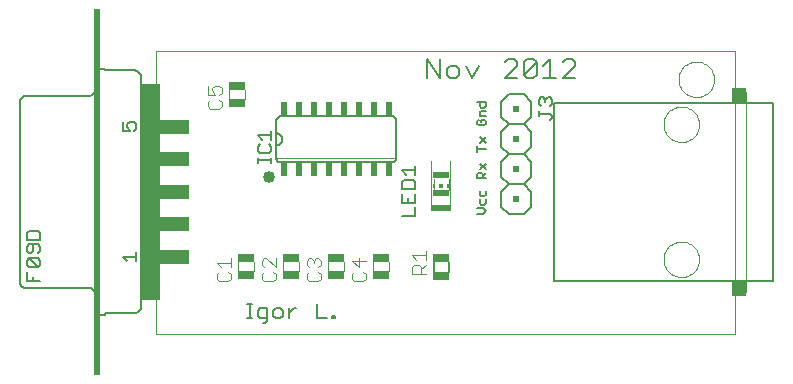
<source format=gto>
G75*
G70*
%OFA0B0*%
%FSLAX24Y24*%
%IPPOS*%
%LPD*%
%AMOC8*
5,1,8,0,0,1.08239X$1,22.5*
%
%ADD10C,0.0000*%
%ADD11C,0.0400*%
%ADD12C,0.0050*%
%ADD13C,0.0060*%
%ADD14C,0.0070*%
%ADD15C,0.0020*%
%ADD16R,0.0200X0.0450*%
%ADD17C,0.0040*%
%ADD18R,0.0571X0.0295*%
%ADD19R,0.0551X0.0256*%
%ADD20R,0.0059X0.0118*%
%ADD21R,0.0118X0.0118*%
%ADD22R,0.0531X0.0236*%
%ADD23R,0.0030X0.1634*%
%ADD24R,0.0591X0.0049*%
%ADD25R,0.0591X0.0197*%
%ADD26C,0.0080*%
%ADD27C,0.0004*%
%ADD28R,0.0450X0.0502*%
%ADD29R,0.0450X0.0492*%
%ADD30R,0.0200X1.2200*%
%ADD31R,0.0984X0.0472*%
%ADD32R,0.0630X0.7244*%
%ADD33R,0.0200X0.0200*%
D10*
X004680Y002050D02*
X004680Y011499D01*
X023971Y011499D01*
X023971Y002050D01*
X004680Y002050D01*
X021589Y004550D02*
X021591Y004598D01*
X021597Y004646D01*
X021607Y004693D01*
X021620Y004739D01*
X021638Y004784D01*
X021658Y004828D01*
X021683Y004870D01*
X021711Y004909D01*
X021741Y004946D01*
X021775Y004980D01*
X021812Y005012D01*
X021850Y005041D01*
X021891Y005066D01*
X021934Y005088D01*
X021979Y005106D01*
X022025Y005120D01*
X022072Y005131D01*
X022120Y005138D01*
X022168Y005141D01*
X022216Y005140D01*
X022264Y005135D01*
X022312Y005126D01*
X022358Y005114D01*
X022403Y005097D01*
X022447Y005077D01*
X022489Y005054D01*
X022529Y005027D01*
X022567Y004997D01*
X022602Y004964D01*
X022634Y004928D01*
X022664Y004890D01*
X022690Y004849D01*
X022712Y004806D01*
X022732Y004762D01*
X022747Y004717D01*
X022759Y004670D01*
X022767Y004622D01*
X022771Y004574D01*
X022771Y004526D01*
X022767Y004478D01*
X022759Y004430D01*
X022747Y004383D01*
X022732Y004338D01*
X022712Y004294D01*
X022690Y004251D01*
X022664Y004210D01*
X022634Y004172D01*
X022602Y004136D01*
X022567Y004103D01*
X022529Y004073D01*
X022489Y004046D01*
X022447Y004023D01*
X022403Y004003D01*
X022358Y003986D01*
X022312Y003974D01*
X022264Y003965D01*
X022216Y003960D01*
X022168Y003959D01*
X022120Y003962D01*
X022072Y003969D01*
X022025Y003980D01*
X021979Y003994D01*
X021934Y004012D01*
X021891Y004034D01*
X021850Y004059D01*
X021812Y004088D01*
X021775Y004120D01*
X021741Y004154D01*
X021711Y004191D01*
X021683Y004230D01*
X021658Y004272D01*
X021638Y004316D01*
X021620Y004361D01*
X021607Y004407D01*
X021597Y004454D01*
X021591Y004502D01*
X021589Y004550D01*
X021589Y009050D02*
X021591Y009098D01*
X021597Y009146D01*
X021607Y009193D01*
X021620Y009239D01*
X021638Y009284D01*
X021658Y009328D01*
X021683Y009370D01*
X021711Y009409D01*
X021741Y009446D01*
X021775Y009480D01*
X021812Y009512D01*
X021850Y009541D01*
X021891Y009566D01*
X021934Y009588D01*
X021979Y009606D01*
X022025Y009620D01*
X022072Y009631D01*
X022120Y009638D01*
X022168Y009641D01*
X022216Y009640D01*
X022264Y009635D01*
X022312Y009626D01*
X022358Y009614D01*
X022403Y009597D01*
X022447Y009577D01*
X022489Y009554D01*
X022529Y009527D01*
X022567Y009497D01*
X022602Y009464D01*
X022634Y009428D01*
X022664Y009390D01*
X022690Y009349D01*
X022712Y009306D01*
X022732Y009262D01*
X022747Y009217D01*
X022759Y009170D01*
X022767Y009122D01*
X022771Y009074D01*
X022771Y009026D01*
X022767Y008978D01*
X022759Y008930D01*
X022747Y008883D01*
X022732Y008838D01*
X022712Y008794D01*
X022690Y008751D01*
X022664Y008710D01*
X022634Y008672D01*
X022602Y008636D01*
X022567Y008603D01*
X022529Y008573D01*
X022489Y008546D01*
X022447Y008523D01*
X022403Y008503D01*
X022358Y008486D01*
X022312Y008474D01*
X022264Y008465D01*
X022216Y008460D01*
X022168Y008459D01*
X022120Y008462D01*
X022072Y008469D01*
X022025Y008480D01*
X021979Y008494D01*
X021934Y008512D01*
X021891Y008534D01*
X021850Y008559D01*
X021812Y008588D01*
X021775Y008620D01*
X021741Y008654D01*
X021711Y008691D01*
X021683Y008730D01*
X021658Y008772D01*
X021638Y008816D01*
X021620Y008861D01*
X021607Y008907D01*
X021597Y008954D01*
X021591Y009002D01*
X021589Y009050D01*
X022089Y010550D02*
X022091Y010598D01*
X022097Y010646D01*
X022107Y010693D01*
X022120Y010739D01*
X022138Y010784D01*
X022158Y010828D01*
X022183Y010870D01*
X022211Y010909D01*
X022241Y010946D01*
X022275Y010980D01*
X022312Y011012D01*
X022350Y011041D01*
X022391Y011066D01*
X022434Y011088D01*
X022479Y011106D01*
X022525Y011120D01*
X022572Y011131D01*
X022620Y011138D01*
X022668Y011141D01*
X022716Y011140D01*
X022764Y011135D01*
X022812Y011126D01*
X022858Y011114D01*
X022903Y011097D01*
X022947Y011077D01*
X022989Y011054D01*
X023029Y011027D01*
X023067Y010997D01*
X023102Y010964D01*
X023134Y010928D01*
X023164Y010890D01*
X023190Y010849D01*
X023212Y010806D01*
X023232Y010762D01*
X023247Y010717D01*
X023259Y010670D01*
X023267Y010622D01*
X023271Y010574D01*
X023271Y010526D01*
X023267Y010478D01*
X023259Y010430D01*
X023247Y010383D01*
X023232Y010338D01*
X023212Y010294D01*
X023190Y010251D01*
X023164Y010210D01*
X023134Y010172D01*
X023102Y010136D01*
X023067Y010103D01*
X023029Y010073D01*
X022989Y010046D01*
X022947Y010023D01*
X022903Y010003D01*
X022858Y009986D01*
X022812Y009974D01*
X022764Y009965D01*
X022716Y009960D01*
X022668Y009959D01*
X022620Y009962D01*
X022572Y009969D01*
X022525Y009980D01*
X022479Y009994D01*
X022434Y010012D01*
X022391Y010034D01*
X022350Y010059D01*
X022312Y010088D01*
X022275Y010120D01*
X022241Y010154D01*
X022211Y010191D01*
X022183Y010230D01*
X022158Y010272D01*
X022138Y010316D01*
X022120Y010361D01*
X022107Y010407D01*
X022097Y010454D01*
X022091Y010502D01*
X022089Y010550D01*
D11*
X008430Y007300D03*
D12*
X008505Y007775D02*
X008505Y007925D01*
X008505Y007850D02*
X008055Y007850D01*
X008055Y007775D02*
X008055Y007925D01*
X008130Y008082D02*
X008430Y008082D01*
X008505Y008157D01*
X008505Y008307D01*
X008430Y008382D01*
X008505Y008542D02*
X008505Y008843D01*
X008505Y008692D02*
X008055Y008692D01*
X008205Y008542D01*
X008130Y008382D02*
X008055Y008307D01*
X008055Y008157D01*
X008130Y008082D01*
X004013Y008902D02*
X003938Y008827D01*
X004013Y008902D02*
X004013Y009052D01*
X003938Y009127D01*
X003788Y009127D01*
X003712Y009052D01*
X003712Y008977D01*
X003788Y008827D01*
X003562Y008827D01*
X003562Y009127D01*
X000730Y005506D02*
X000430Y005506D01*
X000355Y005431D01*
X000355Y005206D01*
X000805Y005206D01*
X000805Y005431D01*
X000730Y005506D01*
X000730Y005046D02*
X000430Y005046D01*
X000355Y004971D01*
X000355Y004821D01*
X000430Y004746D01*
X000505Y004746D01*
X000580Y004821D01*
X000580Y005046D01*
X000730Y005046D02*
X000805Y004971D01*
X000805Y004821D01*
X000730Y004746D01*
X000730Y004586D02*
X000430Y004586D01*
X000730Y004285D01*
X000805Y004360D01*
X000805Y004511D01*
X000730Y004586D01*
X000430Y004586D02*
X000355Y004511D01*
X000355Y004360D01*
X000430Y004285D01*
X000730Y004285D01*
X000355Y004125D02*
X000355Y003825D01*
X000805Y003825D01*
X000580Y003825D02*
X000580Y003975D01*
X003562Y004644D02*
X003712Y004494D01*
X003562Y004644D02*
X004013Y004644D01*
X004013Y004494D02*
X004013Y004795D01*
X012855Y005983D02*
X013305Y005983D01*
X013305Y006284D01*
X013305Y006444D02*
X013305Y006744D01*
X013305Y006904D02*
X013305Y007129D01*
X013230Y007204D01*
X012930Y007204D01*
X012855Y007129D01*
X012855Y006904D01*
X013305Y006904D01*
X013080Y006594D02*
X013080Y006444D01*
X012855Y006444D02*
X013305Y006444D01*
X012855Y006444D02*
X012855Y006744D01*
X013005Y007365D02*
X012855Y007515D01*
X013305Y007515D01*
X013305Y007365D02*
X013305Y007665D01*
X015385Y007389D02*
X015385Y007254D01*
X015655Y007254D01*
X015565Y007254D02*
X015565Y007389D01*
X015520Y007434D01*
X015430Y007434D01*
X015385Y007389D01*
X015565Y007344D02*
X015655Y007434D01*
X015655Y007548D02*
X015475Y007728D01*
X015475Y007548D02*
X015655Y007728D01*
X015385Y008138D02*
X015385Y008318D01*
X015385Y008228D02*
X015655Y008228D01*
X015655Y008432D02*
X015475Y008612D01*
X015475Y008432D02*
X015655Y008612D01*
X015610Y009022D02*
X015430Y009022D01*
X015385Y009067D01*
X015385Y009157D01*
X015430Y009202D01*
X015520Y009202D02*
X015520Y009112D01*
X015520Y009202D02*
X015610Y009202D01*
X015655Y009157D01*
X015655Y009067D01*
X015610Y009022D01*
X015655Y009316D02*
X015475Y009316D01*
X015475Y009451D01*
X015520Y009496D01*
X015655Y009496D01*
X015610Y009611D02*
X015520Y009611D01*
X015475Y009656D01*
X015475Y009791D01*
X015385Y009791D02*
X015655Y009791D01*
X015655Y009656D01*
X015610Y009611D01*
X017425Y009720D02*
X017425Y009870D01*
X017500Y009945D01*
X017575Y009945D01*
X017650Y009870D01*
X017725Y009945D01*
X017800Y009945D01*
X017875Y009870D01*
X017875Y009720D01*
X017800Y009645D01*
X017650Y009795D02*
X017650Y009870D01*
X017500Y009645D02*
X017425Y009720D01*
X017425Y009484D02*
X017425Y009334D01*
X017425Y009409D02*
X017800Y009409D01*
X017875Y009334D01*
X017875Y009259D01*
X017800Y009184D01*
X015655Y006844D02*
X015655Y006709D01*
X015610Y006664D01*
X015520Y006664D01*
X015475Y006709D01*
X015475Y006844D01*
X015475Y006550D02*
X015475Y006415D01*
X015520Y006370D01*
X015610Y006370D01*
X015655Y006415D01*
X015655Y006550D01*
X015565Y006255D02*
X015385Y006255D01*
X015565Y006255D02*
X015655Y006165D01*
X015565Y006075D01*
X015385Y006075D01*
D13*
X016180Y006300D02*
X016180Y006800D01*
X016430Y007050D01*
X016180Y007300D01*
X016180Y007800D01*
X016430Y008050D01*
X016180Y008300D01*
X016180Y008800D01*
X016430Y009050D01*
X016180Y009300D01*
X016180Y009800D01*
X016430Y010050D01*
X016930Y010050D01*
X017180Y009800D01*
X017180Y009300D01*
X016930Y009050D01*
X017180Y008800D01*
X017180Y008300D01*
X016930Y008050D01*
X016430Y008050D01*
X016930Y008050D02*
X017180Y007800D01*
X017180Y007300D01*
X016930Y007050D01*
X017180Y006800D01*
X017180Y006300D01*
X016930Y006050D01*
X016430Y006050D01*
X016180Y006300D01*
X016430Y007050D02*
X016930Y007050D01*
X016930Y009050D02*
X016430Y009050D01*
X016288Y010580D02*
X016715Y011007D01*
X016715Y011114D01*
X016608Y011221D01*
X016395Y011221D01*
X016288Y011114D01*
X016933Y011114D02*
X017040Y011221D01*
X017253Y011221D01*
X017360Y011114D01*
X016933Y010687D01*
X017040Y010580D01*
X017253Y010580D01*
X017360Y010687D01*
X017360Y011114D01*
X017577Y011007D02*
X017791Y011221D01*
X017791Y010580D01*
X018004Y010580D02*
X017577Y010580D01*
X018222Y010580D02*
X018649Y011007D01*
X018649Y011114D01*
X018542Y011221D01*
X018329Y011221D01*
X018222Y011114D01*
X018222Y010580D02*
X018649Y010580D01*
X016933Y010687D02*
X016933Y011114D01*
X016715Y010580D02*
X016288Y010580D01*
X015426Y011007D02*
X015213Y010580D01*
X014999Y011007D01*
X014782Y010900D02*
X014675Y011007D01*
X014461Y011007D01*
X014355Y010900D01*
X014355Y010687D01*
X014461Y010580D01*
X014675Y010580D01*
X014782Y010687D01*
X014782Y010900D01*
X014137Y010580D02*
X014137Y011221D01*
X013710Y011221D02*
X014137Y010580D01*
X013710Y010580D02*
X013710Y011221D01*
X012530Y009320D02*
X008830Y009320D01*
X008807Y009318D01*
X008784Y009313D01*
X008762Y009304D01*
X008742Y009291D01*
X008724Y009276D01*
X008709Y009258D01*
X008696Y009238D01*
X008687Y009216D01*
X008682Y009193D01*
X008680Y009170D01*
X008680Y008750D01*
X008680Y008350D01*
X008680Y007930D01*
X008682Y007907D01*
X008687Y007884D01*
X008696Y007862D01*
X008709Y007842D01*
X008724Y007824D01*
X008742Y007809D01*
X008762Y007796D01*
X008784Y007787D01*
X008807Y007782D01*
X008830Y007780D01*
X012530Y007780D01*
X012553Y007782D01*
X012576Y007787D01*
X012598Y007796D01*
X012618Y007809D01*
X012636Y007824D01*
X012651Y007842D01*
X012664Y007862D01*
X012673Y007884D01*
X012678Y007907D01*
X012680Y007930D01*
X012680Y009170D01*
X012678Y009193D01*
X012673Y009216D01*
X012664Y009238D01*
X012651Y009258D01*
X012636Y009276D01*
X012618Y009291D01*
X012598Y009304D01*
X012576Y009313D01*
X012553Y009318D01*
X012530Y009320D01*
X008680Y008750D02*
X008707Y008748D01*
X008734Y008743D01*
X008760Y008733D01*
X008784Y008721D01*
X008806Y008705D01*
X008826Y008687D01*
X008843Y008665D01*
X008858Y008642D01*
X008868Y008617D01*
X008876Y008591D01*
X008880Y008564D01*
X008880Y008536D01*
X008876Y008509D01*
X008868Y008483D01*
X008858Y008458D01*
X008843Y008435D01*
X008826Y008413D01*
X008806Y008395D01*
X008784Y008379D01*
X008760Y008367D01*
X008734Y008357D01*
X008707Y008352D01*
X008680Y008350D01*
X004180Y010607D02*
X004180Y002993D01*
X004180Y003000D02*
X004178Y002970D01*
X004173Y002940D01*
X004164Y002911D01*
X004151Y002884D01*
X004136Y002858D01*
X004117Y002834D01*
X004096Y002813D01*
X004072Y002794D01*
X004046Y002779D01*
X004019Y002766D01*
X003990Y002757D01*
X003960Y002752D01*
X003930Y002750D01*
X002980Y002750D01*
X002980Y002700D01*
X002780Y002700D01*
X002659Y003350D02*
X002657Y003380D01*
X002652Y003410D01*
X002643Y003439D01*
X002630Y003466D01*
X002615Y003492D01*
X002596Y003516D01*
X002575Y003537D01*
X002551Y003556D01*
X002525Y003571D01*
X002498Y003584D01*
X002469Y003593D01*
X002439Y003598D01*
X002409Y003600D01*
X000330Y003600D01*
X000304Y003602D01*
X000278Y003607D01*
X000253Y003615D01*
X000230Y003627D01*
X000208Y003641D01*
X000189Y003659D01*
X000171Y003678D01*
X000157Y003700D01*
X000145Y003723D01*
X000137Y003748D01*
X000132Y003774D01*
X000130Y003800D01*
X000130Y009800D01*
X000132Y009826D01*
X000137Y009852D01*
X000145Y009877D01*
X000157Y009900D01*
X000171Y009922D01*
X000189Y009941D01*
X000208Y009959D01*
X000230Y009973D01*
X000253Y009985D01*
X000278Y009993D01*
X000304Y009998D01*
X000330Y010000D01*
X002409Y010000D01*
X002439Y010002D01*
X002469Y010007D01*
X002498Y010016D01*
X002525Y010029D01*
X002551Y010044D01*
X002575Y010063D01*
X002596Y010084D01*
X002615Y010108D01*
X002630Y010134D01*
X002643Y010161D01*
X002652Y010190D01*
X002657Y010220D01*
X002659Y010250D01*
X002980Y010850D02*
X002980Y010900D01*
X002780Y010900D01*
X002980Y010850D02*
X003930Y010850D01*
X003960Y010848D01*
X003990Y010843D01*
X004019Y010834D01*
X004046Y010821D01*
X004072Y010806D01*
X004096Y010787D01*
X004117Y010766D01*
X004136Y010742D01*
X004151Y010716D01*
X004164Y010689D01*
X004173Y010660D01*
X004178Y010630D01*
X004180Y010600D01*
X013930Y004461D02*
X013930Y004139D01*
X014430Y004139D02*
X014430Y004461D01*
D14*
X010633Y002667D02*
X010633Y002585D01*
X010551Y002585D01*
X010551Y002667D01*
X010633Y002667D01*
X010362Y002585D02*
X010035Y002585D01*
X010035Y003075D01*
X009335Y002912D02*
X009254Y002912D01*
X009090Y002748D01*
X009090Y002585D02*
X009090Y002912D01*
X008901Y002830D02*
X008820Y002912D01*
X008656Y002912D01*
X008574Y002830D01*
X008574Y002667D01*
X008656Y002585D01*
X008820Y002585D01*
X008901Y002667D01*
X008901Y002830D01*
X008386Y002912D02*
X008140Y002912D01*
X008059Y002830D01*
X008059Y002667D01*
X008140Y002585D01*
X008386Y002585D01*
X008386Y002503D02*
X008304Y002422D01*
X008222Y002422D01*
X008386Y002503D02*
X008386Y002912D01*
X007878Y003075D02*
X007715Y003075D01*
X007797Y003075D02*
X007797Y002585D01*
X007878Y002585D02*
X007715Y002585D01*
D15*
X008680Y007920D02*
X012680Y007920D01*
D16*
X012430Y007555D03*
X011930Y007555D03*
X011430Y007555D03*
X010930Y007555D03*
X010430Y007555D03*
X009930Y007565D03*
X009430Y007555D03*
X008930Y007555D03*
X008930Y009545D03*
X009430Y009545D03*
X009930Y009545D03*
X010430Y009545D03*
X010930Y009545D03*
X011430Y009545D03*
X011930Y009545D03*
X012430Y009545D03*
D17*
X013934Y007237D02*
X013934Y006873D01*
X014426Y006873D02*
X014426Y007227D01*
X013660Y004837D02*
X013660Y004530D01*
X013660Y004377D02*
X013507Y004223D01*
X013507Y004300D02*
X013507Y004070D01*
X013660Y004070D02*
X013200Y004070D01*
X013200Y004300D01*
X013276Y004377D01*
X013430Y004377D01*
X013507Y004300D01*
X013353Y004530D02*
X013200Y004684D01*
X013660Y004684D01*
X012440Y004450D02*
X012440Y004160D01*
X011920Y004150D02*
X011920Y004450D01*
X011660Y004511D02*
X011200Y004511D01*
X011430Y004280D01*
X011430Y004587D01*
X010940Y004450D02*
X010940Y004160D01*
X011200Y004050D02*
X011200Y003897D01*
X011276Y003820D01*
X011583Y003820D01*
X011660Y003897D01*
X011660Y004050D01*
X011583Y004127D01*
X011276Y004127D02*
X011200Y004050D01*
X010420Y004150D02*
X010420Y004450D01*
X010160Y004511D02*
X010160Y004357D01*
X010083Y004280D01*
X010083Y004127D02*
X010160Y004050D01*
X010160Y003897D01*
X010083Y003820D01*
X009776Y003820D01*
X009700Y003897D01*
X009700Y004050D01*
X009776Y004127D01*
X009776Y004280D02*
X009700Y004357D01*
X009700Y004511D01*
X009776Y004587D01*
X009853Y004587D01*
X009930Y004511D01*
X010007Y004587D01*
X010083Y004587D01*
X010160Y004511D01*
X009930Y004511D02*
X009930Y004434D01*
X009440Y004450D02*
X009440Y004160D01*
X008920Y004150D02*
X008920Y004450D01*
X008660Y004587D02*
X008660Y004280D01*
X008353Y004587D01*
X008276Y004587D01*
X008200Y004511D01*
X008200Y004357D01*
X008276Y004280D01*
X008276Y004127D02*
X008200Y004050D01*
X008200Y003897D01*
X008276Y003820D01*
X008583Y003820D01*
X008660Y003897D01*
X008660Y004050D01*
X008583Y004127D01*
X007940Y004160D02*
X007940Y004450D01*
X007420Y004450D02*
X007420Y004150D01*
X007160Y004050D02*
X007083Y004127D01*
X007160Y004050D02*
X007160Y003897D01*
X007083Y003820D01*
X006776Y003820D01*
X006700Y003897D01*
X006700Y004050D01*
X006776Y004127D01*
X006853Y004280D02*
X006700Y004434D01*
X007160Y004434D01*
X007160Y004587D02*
X007160Y004280D01*
X006783Y009570D02*
X006476Y009570D01*
X006400Y009647D01*
X006400Y009800D01*
X006476Y009877D01*
X006400Y010030D02*
X006630Y010030D01*
X006553Y010184D01*
X006553Y010261D01*
X006630Y010337D01*
X006783Y010337D01*
X006860Y010261D01*
X006860Y010107D01*
X006783Y010030D01*
X006783Y009877D02*
X006860Y009800D01*
X006860Y009647D01*
X006783Y009570D01*
X007120Y009900D02*
X007120Y010200D01*
X007640Y010200D02*
X007640Y009910D01*
X006400Y010030D02*
X006400Y010337D01*
D18*
X007380Y010338D03*
X007380Y009768D03*
X007680Y004588D03*
X007680Y004018D03*
X009180Y004018D03*
X009180Y004588D03*
X010680Y004588D03*
X010680Y004018D03*
X012180Y004018D03*
X012180Y004588D03*
D19*
X014179Y004588D03*
X014179Y004008D03*
D20*
X013944Y006991D03*
X014416Y006991D03*
D21*
X014180Y006991D03*
D22*
X014180Y006755D03*
X014180Y007345D03*
D23*
X013870Y006981D03*
X014490Y006981D03*
D24*
X014180Y007773D03*
D25*
X014180Y006263D03*
D26*
X017921Y003837D02*
X025244Y003837D01*
X025244Y009763D01*
X017921Y009763D01*
X017921Y003837D01*
D27*
X024350Y003475D02*
X024350Y010125D01*
D28*
X024114Y010043D03*
D29*
X024114Y003552D03*
D30*
X002719Y006800D03*
D31*
X005271Y006800D03*
X005271Y005720D03*
X005271Y004640D03*
X005271Y007880D03*
X005271Y008960D03*
D32*
X004503Y006800D03*
D33*
X016680Y006550D03*
X016680Y007550D03*
X016680Y008550D03*
X016680Y009550D03*
M02*

</source>
